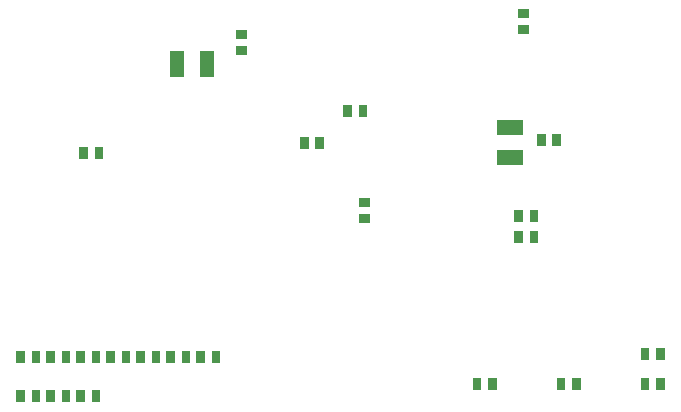
<source format=gbr>
G04 start of page 9 for group -4014 idx -4014 *
G04 Title: (unknown), bottompaste *
G04 Creator: pcb 20091103 *
G04 CreationDate: Sun 29 Aug 2010 13:54:54 GMT UTC *
G04 For: thomas *
G04 Format: Gerber/RS-274X *
G04 PCB-Dimensions: 600000 500000 *
G04 PCB-Coordinate-Origin: lower left *
%MOIN*%
%FSLAX25Y25*%
%LNBACKPASTE*%
%ADD22R,0.0295X0.0295*%
%ADD35R,0.0490X0.0490*%
G54D22*X240000Y306000D02*Y305016D01*
X245118Y306000D02*Y305016D01*
X212000Y305984D02*Y305000D01*
X217118Y305984D02*Y305000D01*
X41882Y315000D02*Y314016D01*
X47000Y315000D02*Y314016D01*
X31882Y314984D02*Y314000D01*
X37000Y314984D02*Y314000D01*
X51882Y301984D02*Y301000D01*
X57000Y301984D02*Y301000D01*
X31882Y301984D02*Y301000D01*
X37000Y301984D02*Y301000D01*
X61882Y315000D02*Y314016D01*
X67000Y315000D02*Y314016D01*
X81882Y315000D02*Y314016D01*
X87000Y315000D02*Y314016D01*
X140882Y397000D02*Y396016D01*
X146000Y397000D02*Y396016D01*
X52882Y383000D02*Y382016D01*
X58000Y383000D02*Y382016D01*
X199000Y429000D02*X199984D01*
X199000Y423882D02*X199984D01*
X245118Y315984D02*Y315000D01*
X240000Y315984D02*Y315000D01*
X105016Y422000D02*X106000D01*
X105016Y416882D02*X106000D01*
X189118Y305984D02*Y305000D01*
X184000Y305984D02*Y305000D01*
X126441Y386492D02*Y385508D01*
X131559Y386492D02*Y385508D01*
X205441Y387492D02*Y386508D01*
X210559Y387492D02*Y386508D01*
G54D35*X94000Y414000D02*Y410400D01*
X84000Y414000D02*Y410400D01*
X193200Y381000D02*X196800D01*
X193200Y391000D02*X196800D01*
G54D22*X91882Y314984D02*Y314000D01*
X97000Y314984D02*Y314000D01*
X71882Y315000D02*Y314016D01*
X77000Y315000D02*Y314016D01*
X51882Y314984D02*Y314000D01*
X57000Y314984D02*Y314000D01*
X146000Y360882D02*X146984D01*
X146000Y366000D02*X146984D01*
X41882Y301984D02*Y301000D01*
X47000Y301984D02*Y301000D01*
X197882Y361984D02*Y361000D01*
X203000Y361984D02*Y361000D01*
X197882Y355000D02*Y354016D01*
X203000Y355000D02*Y354016D01*
M02*

</source>
